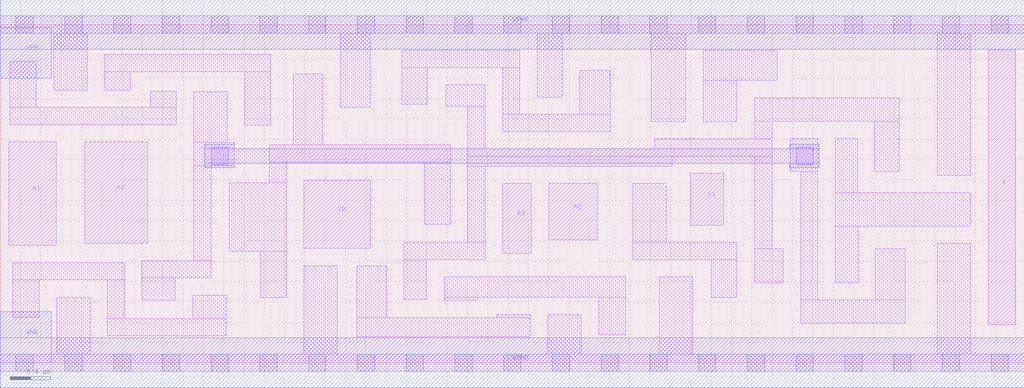
<source format=lef>
# Copyright 2020 The SkyWater PDK Authors
#
# Licensed under the Apache License, Version 2.0 (the "License");
# you may not use this file except in compliance with the License.
# You may obtain a copy of the License at
#
#     https://www.apache.org/licenses/LICENSE-2.0
#
# Unless required by applicable law or agreed to in writing, software
# distributed under the License is distributed on an "AS IS" BASIS,
# WITHOUT WARRANTIES OR CONDITIONS OF ANY KIND, either express or implied.
# See the License for the specific language governing permissions and
# limitations under the License.
#
# SPDX-License-Identifier: Apache-2.0

VERSION 5.5 ;
NAMESCASESENSITIVE ON ;
BUSBITCHARS "[]" ;
DIVIDERCHAR "/" ;
MACRO sky130_fd_sc_lp__mux4_1
  CLASS CORE ;
  SOURCE USER ;
  ORIGIN  0.000000  0.000000 ;
  SIZE  10.08000 BY  3.330000 ;
  SYMMETRY X Y R90 ;
  SITE unit ;
  PIN A0
    ANTENNAGATEAREA  0.126000 ;
    DIRECTION INPUT ;
    USE SIGNAL ;
    PORT
      LAYER li1 ;
        RECT 0.830000 1.175000 1.450000 2.175000 ;
    END
  END A0
  PIN A1
    ANTENNAGATEAREA  0.126000 ;
    DIRECTION INPUT ;
    USE SIGNAL ;
    PORT
      LAYER li1 ;
        RECT 0.085000 1.155000 0.550000 2.175000 ;
    END
  END A1
  PIN A2
    ANTENNAGATEAREA  0.126000 ;
    DIRECTION INPUT ;
    USE SIGNAL ;
    PORT
      LAYER li1 ;
        RECT 5.400000 1.210000 5.880000 1.765000 ;
    END
  END A2
  PIN A3
    ANTENNAGATEAREA  0.126000 ;
    DIRECTION INPUT ;
    USE SIGNAL ;
    PORT
      LAYER li1 ;
        RECT 4.945000 1.080000 5.230000 1.765000 ;
    END
  END A3
  PIN S0
    ANTENNAGATEAREA  0.378000 ;
    DIRECTION INPUT ;
    USE SIGNAL ;
    PORT
      LAYER li1 ;
        RECT 2.990000 1.125000 3.650000 1.795000 ;
    END
  END S0
  PIN S1
    ANTENNAGATEAREA  0.252000 ;
    DIRECTION INPUT ;
    USE SIGNAL ;
    PORT
      LAYER li1 ;
        RECT 6.795000 1.355000 7.125000 1.865000 ;
    END
  END S1
  PIN X
    ANTENNADIFFAREA  0.556500 ;
    DIRECTION OUTPUT ;
    USE SIGNAL ;
    PORT
      LAYER li1 ;
        RECT 9.725000 0.375000 9.995000 3.075000 ;
    END
  END X
  PIN VGND
    DIRECTION INOUT ;
    USE GROUND ;
    PORT
      LAYER met1 ;
        RECT 0.000000 -0.245000 10.080000 0.245000 ;
    END
  END VGND
  PIN VNB
    DIRECTION INOUT ;
    USE GROUND ;
    PORT
    END
  END VNB
  PIN VPB
    DIRECTION INOUT ;
    USE POWER ;
    PORT
    END
  END VPB
  PIN VNB
    DIRECTION INOUT ;
    USE GROUND ;
    PORT
      LAYER met1 ;
        RECT 0.000000 0.000000 0.500000 0.500000 ;
    END
  END VNB
  PIN VPB
    DIRECTION INOUT ;
    USE POWER ;
    PORT
      LAYER met1 ;
        RECT 0.000000 2.800000 0.500000 3.300000 ;
    END
  END VPB
  PIN VPWR
    DIRECTION INOUT ;
    USE POWER ;
    PORT
      LAYER met1 ;
        RECT 0.000000 3.085000 10.080000 3.575000 ;
    END
  END VPWR
  OBS
    LAYER li1 ;
      RECT 0.000000 -0.085000 10.080000 0.085000 ;
      RECT 0.000000  3.245000 10.080000 3.415000 ;
      RECT 0.095000  2.345000  1.735000 2.515000 ;
      RECT 0.095000  2.515000  0.355000 2.970000 ;
      RECT 0.125000  0.450000  0.385000 0.815000 ;
      RECT 0.125000  0.815000  1.225000 0.985000 ;
      RECT 0.525000  2.685000  0.855000 3.245000 ;
      RECT 0.555000  0.085000  0.885000 0.645000 ;
      RECT 1.025000  2.685000  1.285000 2.865000 ;
      RECT 1.025000  2.865000  2.665000 3.035000 ;
      RECT 1.055000  0.265000  2.225000 0.435000 ;
      RECT 1.055000  0.435000  1.225000 0.815000 ;
      RECT 1.395000  0.615000  1.725000 0.835000 ;
      RECT 1.395000  0.835000  2.075000 1.005000 ;
      RECT 1.475000  2.515000  1.735000 2.675000 ;
      RECT 1.895000  0.435000  2.225000 0.665000 ;
      RECT 1.905000  1.005000  2.075000 1.940000 ;
      RECT 1.905000  1.940000  2.305000 2.170000 ;
      RECT 1.905000  2.170000  2.235000 2.670000 ;
      RECT 2.255000  1.100000  2.820000 1.770000 ;
      RECT 2.405000  2.340000  2.665000 2.865000 ;
      RECT 2.560000  0.640000  2.820000 1.100000 ;
      RECT 2.650000  1.770000  2.820000 1.975000 ;
      RECT 2.650000  1.975000  4.435000 2.145000 ;
      RECT 2.885000  2.145000  3.175000 2.845000 ;
      RECT 2.990000  0.085000  3.320000 0.955000 ;
      RECT 3.345000  2.515000  3.645000 3.245000 ;
      RECT 3.510000  0.255000  5.220000 0.445000 ;
      RECT 3.510000  0.445000  3.805000 0.955000 ;
      RECT 3.955000  2.545000  4.205000 2.905000 ;
      RECT 3.955000  2.905000  5.115000 3.075000 ;
      RECT 3.975000  0.625000  4.200000 1.015000 ;
      RECT 3.975000  1.015000  4.775000 1.185000 ;
      RECT 4.175000  1.365000  4.435000 1.975000 ;
      RECT 4.370000  0.615000  4.700000 0.645000 ;
      RECT 4.370000  0.645000  6.160000 0.845000 ;
      RECT 4.385000  2.525000  4.775000 2.735000 ;
      RECT 4.605000  1.185000  4.775000 1.935000 ;
      RECT 4.605000  1.935000  6.615000 2.035000 ;
      RECT 4.605000  2.035000  7.600000 2.105000 ;
      RECT 4.605000  2.105000  4.775000 2.525000 ;
      RECT 4.890000  0.445000  5.220000 0.475000 ;
      RECT 4.945000  2.275000  6.005000 2.445000 ;
      RECT 4.945000  2.445000  5.115000 2.905000 ;
      RECT 5.285000  2.615000  5.535000 3.245000 ;
      RECT 5.390000  0.085000  5.720000 0.475000 ;
      RECT 5.705000  2.445000  6.005000 2.880000 ;
      RECT 5.890000  0.275000  6.160000 0.645000 ;
      RECT 6.225000  1.015000  7.250000 1.185000 ;
      RECT 6.225000  1.185000  6.555000 1.765000 ;
      RECT 6.410000  2.375000  6.750000 3.245000 ;
      RECT 6.445000  2.105000  7.600000 2.205000 ;
      RECT 6.490000  0.085000  6.820000 0.845000 ;
      RECT 6.920000  2.375000  7.250000 2.780000 ;
      RECT 6.920000  2.780000  7.650000 3.075000 ;
      RECT 7.000000  0.640000  7.250000 1.015000 ;
      RECT 7.430000  0.790000  7.710000 1.120000 ;
      RECT 7.430000  1.120000  7.600000 2.035000 ;
      RECT 7.430000  2.205000  7.600000 2.380000 ;
      RECT 7.430000  2.380000  8.850000 2.610000 ;
      RECT 7.780000  1.880000  8.050000 2.210000 ;
      RECT 7.880000  0.390000  8.910000 0.620000 ;
      RECT 7.880000  0.620000  8.050000 1.880000 ;
      RECT 8.220000  0.790000  8.445000 1.345000 ;
      RECT 8.220000  1.345000  9.555000 1.675000 ;
      RECT 8.220000  1.675000  8.440000 2.210000 ;
      RECT 8.610000  1.880000  8.850000 2.380000 ;
      RECT 8.615000  0.620000  8.910000 1.120000 ;
      RECT 9.225000  0.085000  9.555000 1.175000 ;
      RECT 9.225000  1.845000  9.555000 3.245000 ;
    LAYER mcon ;
      RECT 0.155000 -0.085000 0.325000 0.085000 ;
      RECT 0.155000  3.245000 0.325000 3.415000 ;
      RECT 0.635000 -0.085000 0.805000 0.085000 ;
      RECT 0.635000  3.245000 0.805000 3.415000 ;
      RECT 1.115000 -0.085000 1.285000 0.085000 ;
      RECT 1.115000  3.245000 1.285000 3.415000 ;
      RECT 1.595000 -0.085000 1.765000 0.085000 ;
      RECT 1.595000  3.245000 1.765000 3.415000 ;
      RECT 2.075000 -0.085000 2.245000 0.085000 ;
      RECT 2.075000  1.950000 2.245000 2.120000 ;
      RECT 2.075000  3.245000 2.245000 3.415000 ;
      RECT 2.555000 -0.085000 2.725000 0.085000 ;
      RECT 2.555000  3.245000 2.725000 3.415000 ;
      RECT 3.035000 -0.085000 3.205000 0.085000 ;
      RECT 3.035000  3.245000 3.205000 3.415000 ;
      RECT 3.515000 -0.085000 3.685000 0.085000 ;
      RECT 3.515000  3.245000 3.685000 3.415000 ;
      RECT 3.995000 -0.085000 4.165000 0.085000 ;
      RECT 3.995000  3.245000 4.165000 3.415000 ;
      RECT 4.475000 -0.085000 4.645000 0.085000 ;
      RECT 4.475000  3.245000 4.645000 3.415000 ;
      RECT 4.955000 -0.085000 5.125000 0.085000 ;
      RECT 4.955000  3.245000 5.125000 3.415000 ;
      RECT 5.435000 -0.085000 5.605000 0.085000 ;
      RECT 5.435000  3.245000 5.605000 3.415000 ;
      RECT 5.915000 -0.085000 6.085000 0.085000 ;
      RECT 5.915000  3.245000 6.085000 3.415000 ;
      RECT 6.395000 -0.085000 6.565000 0.085000 ;
      RECT 6.395000  3.245000 6.565000 3.415000 ;
      RECT 6.875000 -0.085000 7.045000 0.085000 ;
      RECT 6.875000  3.245000 7.045000 3.415000 ;
      RECT 7.355000 -0.085000 7.525000 0.085000 ;
      RECT 7.355000  3.245000 7.525000 3.415000 ;
      RECT 7.835000 -0.085000 8.005000 0.085000 ;
      RECT 7.835000  1.950000 8.005000 2.120000 ;
      RECT 7.835000  3.245000 8.005000 3.415000 ;
      RECT 8.315000 -0.085000 8.485000 0.085000 ;
      RECT 8.315000  3.245000 8.485000 3.415000 ;
      RECT 8.795000 -0.085000 8.965000 0.085000 ;
      RECT 8.795000  3.245000 8.965000 3.415000 ;
      RECT 9.275000 -0.085000 9.445000 0.085000 ;
      RECT 9.275000  3.245000 9.445000 3.415000 ;
      RECT 9.755000 -0.085000 9.925000 0.085000 ;
      RECT 9.755000  3.245000 9.925000 3.415000 ;
    LAYER met1 ;
      RECT 2.015000 1.920000 2.305000 1.965000 ;
      RECT 2.015000 1.965000 8.065000 2.105000 ;
      RECT 2.015000 2.105000 2.305000 2.150000 ;
      RECT 7.775000 1.920000 8.065000 1.965000 ;
      RECT 7.775000 2.105000 8.065000 2.150000 ;
  END
END sky130_fd_sc_lp__mux4_1
END LIBRARY

</source>
